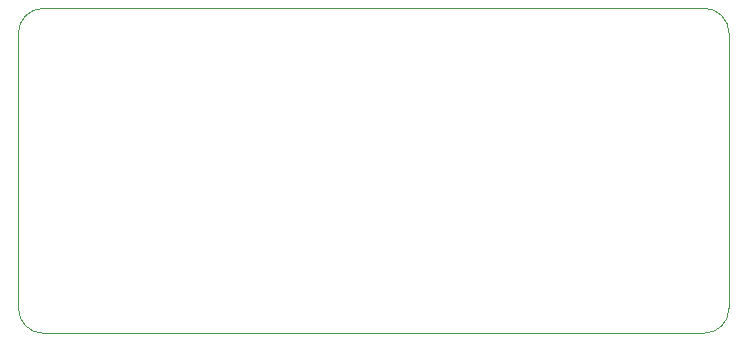
<source format=gm1>
G04 #@! TF.GenerationSoftware,KiCad,Pcbnew,7.0.7*
G04 #@! TF.CreationDate,2023-09-27T05:56:12+07:00*
G04 #@! TF.ProjectId,Radianite-Micro-F1C200s,52616469-616e-4697-9465-2d4d6963726f,rev?*
G04 #@! TF.SameCoordinates,Original*
G04 #@! TF.FileFunction,Profile,NP*
%FSLAX46Y46*%
G04 Gerber Fmt 4.6, Leading zero omitted, Abs format (unit mm)*
G04 Created by KiCad (PCBNEW 7.0.7) date 2023-09-27 05:56:12*
%MOMM*%
%LPD*%
G01*
G04 APERTURE LIST*
G04 #@! TA.AperFunction,Profile*
%ADD10C,0.100000*%
G04 #@! TD*
G04 APERTURE END LIST*
D10*
X102100000Y-100000000D02*
G75*
G03*
X100000000Y-102100000I0J-2100000D01*
G01*
X100000024Y-125415076D02*
G75*
G03*
X102100000Y-127515076I2099976J-24D01*
G01*
X100000000Y-102100000D02*
X100000000Y-125415076D01*
X102100000Y-127515076D02*
X158065076Y-127515076D01*
X158064241Y-99995185D02*
X102100000Y-100000000D01*
X160164169Y-102110206D02*
G75*
G03*
X158064241Y-99995185I-2115069J6D01*
G01*
X160164133Y-102110206D02*
X160165076Y-125415076D01*
X158065076Y-127515076D02*
G75*
G03*
X160165076Y-125415076I24J2099976D01*
G01*
M02*

</source>
